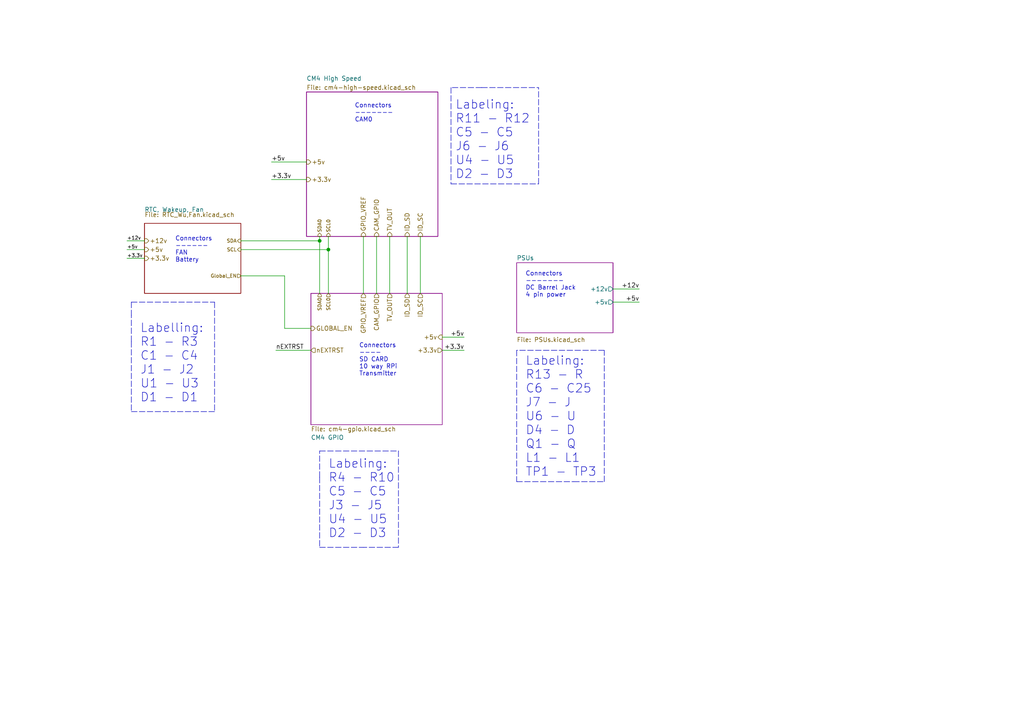
<source format=kicad_sch>
(kicad_sch (version 20210621) (generator eeschema)

  (uuid d9f7b680-7e4b-42d4-bdbc-4100fbcb92e5)

  (paper "A4")

  (title_block
    (title "Drone Compute Module 4 Base Carrier")
    (date "2021-10-05")
    (rev "v01")
    (comment 2 "creativecommons.org/licenses/by-sa/4.0/")
    (comment 3 "License: CC BY-SA 4.0")
    (comment 4 "Author: Chase Westlake")
  )

  (lib_symbols
  )

  (junction (at 92.71 69.85) (diameter 0) (color 0 0 0 0))
  (junction (at 95.25 72.39) (diameter 0) (color 0 0 0 0))

  (wire (pts (xy 36.83 69.85) (xy 41.91 69.85))
    (stroke (width 0) (type default) (color 0 0 0 0))
    (uuid 0f6bbc4f-00da-44cc-adb8-5eef6ccbbc15)
  )
  (wire (pts (xy 36.83 72.39) (xy 41.91 72.39))
    (stroke (width 0) (type default) (color 0 0 0 0))
    (uuid faf15f51-a97f-43b8-a539-150ead52163d)
  )
  (wire (pts (xy 36.83 74.93) (xy 41.91 74.93))
    (stroke (width 0) (type default) (color 0 0 0 0))
    (uuid 08a065a3-f46e-4624-a755-e9bf630cbbd5)
  )
  (wire (pts (xy 69.85 69.85) (xy 92.71 69.85))
    (stroke (width 0) (type default) (color 0 0 0 0))
    (uuid 111287c2-73f4-4ffd-8a10-61d023a86754)
  )
  (wire (pts (xy 69.85 72.39) (xy 95.25 72.39))
    (stroke (width 0) (type default) (color 0 0 0 0))
    (uuid 8917ccfa-a130-425d-a466-66063746fea0)
  )
  (wire (pts (xy 69.85 80.01) (xy 82.55 80.01))
    (stroke (width 0) (type default) (color 0 0 0 0))
    (uuid 867918ca-c85f-4cd7-88ef-785dad0fceba)
  )
  (wire (pts (xy 78.74 46.99) (xy 88.9 46.99))
    (stroke (width 0) (type default) (color 0 0 0 0))
    (uuid ae9db767-bfc2-483d-89fb-3e8162d4c879)
  )
  (wire (pts (xy 78.74 52.07) (xy 88.9 52.07))
    (stroke (width 0) (type default) (color 0 0 0 0))
    (uuid 413c02d9-bac2-45b7-b555-d5b5979b120b)
  )
  (wire (pts (xy 80.01 101.6) (xy 90.17 101.6))
    (stroke (width 0) (type default) (color 0 0 0 0))
    (uuid cdef1a1a-13b1-4123-93c7-0da98cf8e17d)
  )
  (wire (pts (xy 82.55 80.01) (xy 82.55 95.25))
    (stroke (width 0) (type default) (color 0 0 0 0))
    (uuid 867918ca-c85f-4cd7-88ef-785dad0fceba)
  )
  (wire (pts (xy 82.55 95.25) (xy 90.17 95.25))
    (stroke (width 0) (type default) (color 0 0 0 0))
    (uuid 867918ca-c85f-4cd7-88ef-785dad0fceba)
  )
  (wire (pts (xy 92.71 68.58) (xy 92.71 69.85))
    (stroke (width 0) (type default) (color 0 0 0 0))
    (uuid 6f8f93b3-64ba-44db-b9e6-049bff1d7c30)
  )
  (wire (pts (xy 92.71 69.85) (xy 92.71 85.09))
    (stroke (width 0) (type default) (color 0 0 0 0))
    (uuid 6f8f93b3-64ba-44db-b9e6-049bff1d7c30)
  )
  (wire (pts (xy 95.25 68.58) (xy 95.25 72.39))
    (stroke (width 0) (type default) (color 0 0 0 0))
    (uuid 136d9dd3-20eb-4ed0-a986-10bfbf9574ad)
  )
  (wire (pts (xy 95.25 72.39) (xy 95.25 85.09))
    (stroke (width 0) (type default) (color 0 0 0 0))
    (uuid 136d9dd3-20eb-4ed0-a986-10bfbf9574ad)
  )
  (wire (pts (xy 105.41 68.58) (xy 105.41 85.09))
    (stroke (width 0) (type default) (color 0 0 0 0))
    (uuid ee32f69c-6c57-4841-93da-c27cf8c51c9c)
  )
  (wire (pts (xy 109.22 68.58) (xy 109.22 85.09))
    (stroke (width 0) (type default) (color 0 0 0 0))
    (uuid d6c763b2-0fb7-4984-9b47-45672ed90857)
  )
  (wire (pts (xy 113.03 68.58) (xy 113.03 85.09))
    (stroke (width 0) (type default) (color 0 0 0 0))
    (uuid b28b1c5c-7304-4403-8b0c-e73ddc1be209)
  )
  (wire (pts (xy 118.11 68.58) (xy 118.11 85.09))
    (stroke (width 0) (type default) (color 0 0 0 0))
    (uuid aa2aad79-f214-4969-880e-02f93bd871cd)
  )
  (wire (pts (xy 121.92 68.58) (xy 121.92 85.09))
    (stroke (width 0) (type default) (color 0 0 0 0))
    (uuid ee4f8aa3-f8f2-4eff-8479-4a5957468a44)
  )
  (wire (pts (xy 128.27 97.79) (xy 134.62 97.79))
    (stroke (width 0) (type default) (color 0 0 0 0))
    (uuid ad5b393b-9899-4ae1-b326-331ea1c882a5)
  )
  (wire (pts (xy 128.27 101.6) (xy 134.62 101.6))
    (stroke (width 0) (type default) (color 0 0 0 0))
    (uuid 0a747e09-2a91-4ffc-bcf5-dbcecf1f773e)
  )
  (wire (pts (xy 177.8 83.82) (xy 185.42 83.82))
    (stroke (width 0) (type solid) (color 0 0 0 0))
    (uuid 2a8231cb-6acc-409e-a071-e92059c5fb23)
  )
  (wire (pts (xy 177.8 87.63) (xy 185.42 87.63))
    (stroke (width 0) (type solid) (color 0 0 0 0))
    (uuid bc1d923b-01e5-4286-afeb-fedbc5e6cfe3)
  )
  (polyline (pts (xy 38.1 87.63) (xy 38.1 91.44))
    (stroke (width 0) (type default) (color 0 0 0 0))
    (uuid 208d7d5e-0146-4480-a102-989c548b350a)
  )
  (polyline (pts (xy 38.1 87.63) (xy 62.23 87.63))
    (stroke (width 0) (type default) (color 0 0 0 0))
    (uuid a6a29dc3-57d0-414a-bfdb-bd92abe42a9c)
  )
  (polyline (pts (xy 38.1 99.06) (xy 38.1 91.44))
    (stroke (width 0) (type default) (color 0 0 0 0))
    (uuid c83d18ac-eef6-4870-bc31-5680f4efda5d)
  )
  (polyline (pts (xy 38.1 99.06) (xy 38.1 119.38))
    (stroke (width 0) (type default) (color 0 0 0 0))
    (uuid d6f45c7a-ccfa-48e0-b736-3e4e07ddf6c9)
  )
  (polyline (pts (xy 38.1 119.38) (xy 50.8 119.38))
    (stroke (width 0) (type default) (color 0 0 0 0))
    (uuid caf41f77-524d-43ab-be60-1b55d1109a52)
  )
  (polyline (pts (xy 62.23 87.63) (xy 62.23 119.38))
    (stroke (width 0) (type default) (color 0 0 0 0))
    (uuid d98c5536-e80e-4496-8976-14519aca6376)
  )
  (polyline (pts (xy 62.23 119.38) (xy 50.8 119.38))
    (stroke (width 0) (type default) (color 0 0 0 0))
    (uuid a83c89c9-774e-4640-8eca-eb44ddb8a926)
  )
  (polyline (pts (xy 92.71 130.81) (xy 115.57 130.81))
    (stroke (width 0) (type default) (color 0 0 0 0))
    (uuid 199950c5-32a3-4465-8080-aab5880dd632)
  )
  (polyline (pts (xy 92.71 138.43) (xy 92.71 130.81))
    (stroke (width 0) (type default) (color 0 0 0 0))
    (uuid 96f3740c-ed22-4eeb-8d77-844cbc64555a)
  )
  (polyline (pts (xy 92.71 138.43) (xy 92.71 158.75))
    (stroke (width 0) (type default) (color 0 0 0 0))
    (uuid 27b0bc8a-c105-41ae-b0aa-5613da8d7c46)
  )
  (polyline (pts (xy 92.71 158.75) (xy 105.41 158.75))
    (stroke (width 0) (type default) (color 0 0 0 0))
    (uuid ae83b85b-a65b-4a0f-8b59-c5e5bc7dc1b1)
  )
  (polyline (pts (xy 115.57 130.81) (xy 115.57 158.75))
    (stroke (width 0) (type default) (color 0 0 0 0))
    (uuid f807d69d-da4f-4f69-afdc-ff4dcd1fb15c)
  )
  (polyline (pts (xy 115.57 158.75) (xy 105.41 158.75))
    (stroke (width 0) (type default) (color 0 0 0 0))
    (uuid 094da1fe-9411-4a6f-ab7c-18fc95f12e3f)
  )
  (polyline (pts (xy 130.81 25.4) (xy 130.81 53.34))
    (stroke (width 0) (type default) (color 0 0 0 0))
    (uuid be4761e0-3e75-446a-9d82-e609c3cec2ac)
  )
  (polyline (pts (xy 130.81 53.34) (xy 156.21 53.34))
    (stroke (width 0) (type default) (color 0 0 0 0))
    (uuid be4761e0-3e75-446a-9d82-e609c3cec2ac)
  )
  (polyline (pts (xy 139.7 25.4) (xy 130.81 25.4))
    (stroke (width 0) (type default) (color 0 0 0 0))
    (uuid be4761e0-3e75-446a-9d82-e609c3cec2ac)
  )
  (polyline (pts (xy 139.7 25.4) (xy 156.21 25.4))
    (stroke (width 0) (type default) (color 0 0 0 0))
    (uuid be4761e0-3e75-446a-9d82-e609c3cec2ac)
  )
  (polyline (pts (xy 149.86 101.6) (xy 149.86 139.7))
    (stroke (width 0) (type default) (color 0 0 0 0))
    (uuid c0e95614-704d-4775-88ab-e999cf0b683d)
  )
  (polyline (pts (xy 149.86 139.7) (xy 166.37 139.7))
    (stroke (width 0) (type default) (color 0 0 0 0))
    (uuid c109f5cf-4e04-4e16-a6da-f4e49ce91f27)
  )
  (polyline (pts (xy 156.21 53.34) (xy 156.21 25.4))
    (stroke (width 0) (type default) (color 0 0 0 0))
    (uuid be4761e0-3e75-446a-9d82-e609c3cec2ac)
  )
  (polyline (pts (xy 166.37 139.7) (xy 175.26 139.7))
    (stroke (width 0) (type default) (color 0 0 0 0))
    (uuid 7131b66f-0d95-4448-a592-bbe2af0cdcf6)
  )
  (polyline (pts (xy 175.26 101.6) (xy 149.86 101.6))
    (stroke (width 0) (type default) (color 0 0 0 0))
    (uuid 2e363f97-8426-4fa1-b0d7-5a602d47d72a)
  )
  (polyline (pts (xy 175.26 139.7) (xy 175.26 101.6))
    (stroke (width 0) (type default) (color 0 0 0 0))
    (uuid 1d2718ab-1ea2-4df2-a439-013b32c59de4)
  )

  (text "Labelling:\nR1 - R3\nC1 - C4\nJ1 - J2\nU1 - U3\nD1 - D1"
    (at 40.64 116.84 0)
    (effects (font (size 2.5 2.5)) (justify left bottom))
    (uuid 01bb60a4-dd75-45c0-af7d-4645eeaac1fe)
  )
  (text "Connectors\n------\nFAN\nBattery" (at 50.8 76.2 0)
    (effects (font (size 1.27 1.27)) (justify left bottom))
    (uuid c74443ab-d4cc-43c8-a405-bf45973f25ce)
  )
  (text "Labeling:\nR4 - R10\nC5 - C5\nJ3 - J5\nU4 - U5\nD2 - D3"
    (at 95.25 156.21 0)
    (effects (font (size 2.5 2.5)) (justify left bottom))
    (uuid 1cf5c477-f77d-4426-b296-9874e2c7b736)
  )
  (text "Connectors\n-------\nCAM0\n" (at 102.87 35.56 0)
    (effects (font (size 1.27 1.27)) (justify left bottom))
    (uuid b3e8b578-e213-4202-9fe2-883fda812752)
  )
  (text "Connectors\n----\nSD CARD\n10 way RPi\nTransmitter\n" (at 104.14 109.22 0)
    (effects (font (size 1.27 1.27)) (justify left bottom))
    (uuid 2a42b427-93d3-4ea4-b55b-19b7c146a25e)
  )
  (text "Labeling:\nR11 - R12\nC5 - C5\nJ6 - J6\nU4 - U5\nD2 - D3"
    (at 132.08 52.07 0)
    (effects (font (size 2.5 2.5)) (justify left bottom))
    (uuid 7dca70a6-5029-49ba-9fe8-daecdc3b5e16)
  )
  (text "Connectors\n-------\nDC Barrel Jack\n4 pin power" (at 152.4 86.36 0)
    (effects (font (size 1.27 1.27)) (justify left bottom))
    (uuid 46b06ce1-eb8a-4c2b-ae78-d02226b14404)
  )
  (text "Labeling:\nR13 - R\nC6 - C25\nJ7 - J\nU6 - U\nD4 - D\nQ1 - Q\nL1 - L1\nTP1 - TP3"
    (at 152.4 138.43 0)
    (effects (font (size 2.5 2.5)) (justify left bottom))
    (uuid 97de02fe-fe35-4b47-b333-2bee2a5eb778)
  )

  (label "+12v" (at 36.83 69.85 0)
    (effects (font (size 1 1)) (justify left bottom))
    (uuid 66fb3275-3124-4936-a0e4-6894380edcbf)
  )
  (label "+5v" (at 36.83 72.39 0)
    (effects (font (size 1 1)) (justify left bottom))
    (uuid fe0bcdad-3b3c-477c-8836-704a8332cffc)
  )
  (label "+3.3v" (at 36.83 74.93 0)
    (effects (font (size 1 1)) (justify left bottom))
    (uuid e35edefe-b5d4-4701-9aca-8b767f736085)
  )
  (label "+5v" (at 78.74 46.99 0)
    (effects (font (size 1.27 1.27)) (justify left bottom))
    (uuid 74af98b6-0fac-4fc9-86f6-37d47fceed16)
  )
  (label "+3.3v" (at 78.74 52.07 0)
    (effects (font (size 1.27 1.27)) (justify left bottom))
    (uuid 66882dd1-b29f-424a-9ee6-5e14340f11d8)
  )
  (label "nEXTRST" (at 80.01 101.6 0)
    (effects (font (size 1.27 1.27)) (justify left bottom))
    (uuid 941b2677-eeff-4184-a6de-0879b17ce62d)
  )
  (label "+5v" (at 134.62 97.79 180)
    (effects (font (size 1.27 1.27)) (justify right bottom))
    (uuid c2da7331-69e9-4597-8c28-05b4dbcc903f)
  )
  (label "+3.3v" (at 134.62 101.6 180)
    (effects (font (size 1.27 1.27)) (justify right bottom))
    (uuid 3e830be2-c1d9-4c90-ab7a-25dec77040bd)
  )
  (label "+12v" (at 185.42 83.82 180)
    (effects (font (size 1.27 1.27)) (justify right bottom))
    (uuid b225aa84-0aaa-44f0-b5ca-a88e3ad738cc)
  )
  (label "+5v" (at 185.42 87.63 180)
    (effects (font (size 1.27 1.27)) (justify right bottom))
    (uuid 1eb593b5-1e37-4577-9657-cef09b1b5ebe)
  )

  (hierarchical_label "+12v" (shape output) (at 41.91 69.85 0)
    (effects (font (size 1.27 1.27)) (justify left))
    (uuid 603726b1-2470-42a0-b6ac-ec2e3c27842e)
  )
  (hierarchical_label "+5v" (shape output) (at 41.91 72.39 0)
    (effects (font (size 1.27 1.27)) (justify left))
    (uuid 084f80f9-9960-4bcd-92bc-6b4e0bee0768)
  )
  (hierarchical_label "+3.3v" (shape output) (at 41.91 74.93 0)
    (effects (font (size 1.27 1.27)) (justify left))
    (uuid 56bff7fa-42de-4eaa-bad3-5d498fe8bb76)
  )
  (hierarchical_label "SDA" (shape output) (at 69.85 69.85 180)
    (effects (font (size 1 1)) (justify right))
    (uuid 985264a1-8f4d-497f-98b8-6fe556a296a6)
  )
  (hierarchical_label "SCL" (shape output) (at 69.85 72.39 180)
    (effects (font (size 1 1)) (justify right))
    (uuid b56c81b2-e913-4878-9024-6b562f69b450)
  )
  (hierarchical_label "Global_EN" (shape input) (at 69.85 80.01 180)
    (effects (font (size 1 1)) (justify right))
    (uuid d04f1e19-0b71-46f1-bb9e-b8204ef00f0c)
  )
  (hierarchical_label "+5v" (shape output) (at 88.9 46.99 0)
    (effects (font (size 1.27 1.27)) (justify left))
    (uuid 8a7c37e6-b8b6-484f-aebd-1523584380c2)
  )
  (hierarchical_label "+3.3v" (shape output) (at 88.9 52.07 0)
    (effects (font (size 1.27 1.27)) (justify left))
    (uuid dfc5792d-b312-4e22-a76e-2d3ff3e56ae2)
  )
  (hierarchical_label "GLOBAL_EN" (shape output) (at 90.17 95.25 0)
    (effects (font (size 1.27 1.27)) (justify left))
    (uuid 63360b0a-fac4-470e-806a-380c780d57a3)
  )
  (hierarchical_label "nEXTRST" (shape input) (at 90.17 101.6 0)
    (effects (font (size 1.27 1.27)) (justify left))
    (uuid 400cce73-ba18-4881-ad88-8a5334f657ce)
  )
  (hierarchical_label "SDA0" (shape output) (at 92.71 68.58 90)
    (effects (font (size 1 1)) (justify left))
    (uuid fe6c4b02-b4cd-4ba4-ba48-c2c16c149a9b)
  )
  (hierarchical_label "SDA0" (shape input) (at 92.71 85.09 270)
    (effects (font (size 1 1)) (justify right))
    (uuid 0a544742-14cc-49f9-9f14-b632ca93bab8)
  )
  (hierarchical_label "SCL0" (shape output) (at 95.25 68.58 90)
    (effects (font (size 1 1)) (justify left))
    (uuid a86ea5a6-29e3-4937-b5dc-570cda327415)
  )
  (hierarchical_label "SCL0" (shape input) (at 95.25 85.09 270)
    (effects (font (size 1 1)) (justify right))
    (uuid ba6968c5-fbda-4a23-9020-6ed4515ae652)
  )
  (hierarchical_label "GPIO_VREF" (shape output) (at 105.41 68.58 90)
    (effects (font (size 1.27 1.27)) (justify left))
    (uuid 7b1998ba-bc41-4d40-b4ea-43899910049e)
  )
  (hierarchical_label "GPIO_VREF" (shape input) (at 105.41 85.09 270)
    (effects (font (size 1.27 1.27)) (justify right))
    (uuid e6a5982a-39ad-405a-b170-e0c57fc78a34)
  )
  (hierarchical_label "CAM_GPIO" (shape output) (at 109.22 68.58 90)
    (effects (font (size 1.27 1.27)) (justify left))
    (uuid 8d69780e-3126-48d3-9063-86d60ff27c5c)
  )
  (hierarchical_label "CAM_GPIO" (shape input) (at 109.22 85.09 270)
    (effects (font (size 1.27 1.27)) (justify right))
    (uuid 1da975ed-3a1e-4b22-a807-0f92b687a1da)
  )
  (hierarchical_label "TV_OUT" (shape output) (at 113.03 68.58 90)
    (effects (font (size 1.27 1.27)) (justify left))
    (uuid 0f8144fa-6ad8-4902-880b-4ba750e4fa97)
  )
  (hierarchical_label "TV_OUT" (shape input) (at 113.03 85.09 270)
    (effects (font (size 1.27 1.27)) (justify right))
    (uuid 42021701-04a6-49d0-8d5f-68e7c2cc10af)
  )
  (hierarchical_label "ID_SD" (shape output) (at 118.11 68.58 90)
    (effects (font (size 1.27 1.27)) (justify left))
    (uuid 95219c8d-f79f-48ce-aa2e-f1da8157b088)
  )
  (hierarchical_label "ID_SD" (shape input) (at 118.11 85.09 270)
    (effects (font (size 1.27 1.27)) (justify right))
    (uuid db181eba-2222-4da7-8b16-56ed6181ce3d)
  )
  (hierarchical_label "ID_SC" (shape output) (at 121.92 68.58 90)
    (effects (font (size 1.27 1.27)) (justify left))
    (uuid 56cec4c7-6cb9-4183-85da-e0ec502ac099)
  )
  (hierarchical_label "ID_SC" (shape input) (at 121.92 85.09 270)
    (effects (font (size 1.27 1.27)) (justify right))
    (uuid e4fd5b93-aa8a-4593-b828-c2b842c462d4)
  )
  (hierarchical_label "+5v" (shape output) (at 128.27 97.79 180)
    (effects (font (size 1.27 1.27)) (justify right))
    (uuid 8e87d261-3a13-4801-abc4-c0e724a05866)
  )
  (hierarchical_label "+3.3v" (shape input) (at 128.27 101.6 180)
    (effects (font (size 1.27 1.27)) (justify right))
    (uuid cff5255a-d5e8-4a7f-a4da-eb3bee351157)
  )

  (sheet (at 90.17 85.09) (size 38.1 38.1)
    (stroke (width 0) (type solid) (color 132 0 132 1))
    (fill (color 255 255 255 0.0000))
    (uuid fc4c71a5-1008-4ac4-98db-57c838c57d91)
    (property "Sheet name" "CM4 GPIO" (id 0) (at 90.17 127.6345 0)
      (effects (font (size 1.27 1.27)) (justify left bottom))
    )
    (property "Sheet file" "cm4-gpio.kicad_sch" (id 1) (at 90.17 123.6985 0)
      (effects (font (size 1.27 1.27)) (justify left top))
    )
  )

  (sheet (at 88.9 26.67) (size 38.1 41.91)
    (stroke (width 0) (type solid) (color 132 0 132 1))
    (fill (color 255 255 255 0.0000))
    (uuid caa71f4c-454d-4ac9-b287-456eafb34991)
    (property "Sheet name" "CM4 High Speed" (id 0) (at 88.9 23.4945 0)
      (effects (font (size 1.27 1.27)) (justify left bottom))
    )
    (property "Sheet file" "cm4-high-speed.kicad_sch" (id 1) (at 88.9 24.6385 0)
      (effects (font (size 1.27 1.27)) (justify left top))
    )
  )

  (sheet (at 149.86 76.2) (size 27.94 20.32)
    (stroke (width 0.1524) (type solid) (color 132 0 132 1))
    (fill (color 255 255 255 0.0000))
    (uuid 4e211154-af2d-4724-8153-1986ec811b09)
    (property "Sheet name" "PSUs" (id 0) (at 149.86 75.5645 0)
      (effects (font (size 1.27 1.27)) (justify left bottom))
    )
    (property "Sheet file" "PSUs.kicad_sch" (id 1) (at 149.86 97.79 0)
      (effects (font (size 1.27 1.27)) (justify left top))
    )
    (pin "+5v" output (at 177.8 87.63 0)
      (effects (font (size 1.27 1.27)) (justify right))
      (uuid c5693c53-e463-4763-83db-5989add64aba)
    )
    (pin "+12v" output (at 177.8 83.82 0)
      (effects (font (size 1.27 1.27)) (justify right))
      (uuid 26cc6cd1-5fe2-450c-bcc5-f835753c66bc)
    )
  )

  (sheet (at 41.91 64.77) (size 27.94 20.32)
    (stroke (width 0.1524) (type solid) (color 0 0 0 0))
    (fill (color 0 0 0 0.0000))
    (uuid 58c9a045-c8fe-4c50-9d95-882ddeb7df37)
    (property "Sheet name" "RTC, Wakeup, Fan" (id 0) (at 41.91 61.5184 0)
      (effects (font (size 1.27 1.27)) (justify left bottom))
    )
    (property "Sheet file" "RTC_Wu,Fan.kicad_sch" (id 1) (at 41.91 61.5446 0)
      (effects (font (size 1.27 1.27)) (justify left top))
    )
  )

  (sheet_instances
    (path "/" (page "1"))
    (path "/4e211154-af2d-4724-8153-1986ec811b09" (page "2"))
    (path "/fc4c71a5-1008-4ac4-98db-57c838c57d91" (page "3"))
    (path "/caa71f4c-454d-4ac9-b287-456eafb34991" (page "3"))
    (path "/58c9a045-c8fe-4c50-9d95-882ddeb7df37" (page "4"))
  )

  (symbol_instances
    (path "/fc4c71a5-1008-4ac4-98db-57c838c57d91/230650eb-8852-4c76-b63c-12ec79910b81"
      (reference "#PWR0101") (unit 1) (value "GND") (footprint "")
    )
    (path "/fc4c71a5-1008-4ac4-98db-57c838c57d91/31551326-27c6-4bba-a0c0-abe772948a8c"
      (reference "#PWR0102") (unit 1) (value "GND") (footprint "")
    )
    (path "/fc4c71a5-1008-4ac4-98db-57c838c57d91/134d943f-f3b7-4a0e-8d1f-2480b898762b"
      (reference "#PWR0103") (unit 1) (value "GND") (footprint "")
    )
    (path "/4e211154-af2d-4724-8153-1986ec811b09/7cee7733-bb66-4452-bec9-e6609341fe3f"
      (reference "#PWR0104") (unit 1) (value "GND") (footprint "")
    )
    (path "/fc4c71a5-1008-4ac4-98db-57c838c57d91/e25b8971-e0e8-46aa-8cce-b4039a1b245b"
      (reference "#PWR0105") (unit 1) (value "GND") (footprint "")
    )
    (path "/4e211154-af2d-4724-8153-1986ec811b09/2556d6f4-6dcd-4b46-afaa-db26f58fc6f9"
      (reference "#PWR0106") (unit 1) (value "GND") (footprint "")
    )
    (path "/4e211154-af2d-4724-8153-1986ec811b09/de200a41-bd65-4109-ad18-fd0d6955d530"
      (reference "#PWR0107") (unit 1) (value "GND") (footprint "")
    )
    (path "/4e211154-af2d-4724-8153-1986ec811b09/cabd47b8-afd1-476e-af1f-0d3a36c77c32"
      (reference "#PWR0108") (unit 1) (value "GND") (footprint "")
    )
    (path "/4e211154-af2d-4724-8153-1986ec811b09/9a76fc9c-4b58-410f-8118-8048ee7c3d69"
      (reference "#PWR0109") (unit 1) (value "GND") (footprint "")
    )
    (path "/fc4c71a5-1008-4ac4-98db-57c838c57d91/b2bdacc5-5dd7-4aea-ae1d-b1028ef0bfb1"
      (reference "#PWR0110") (unit 1) (value "GND") (footprint "")
    )
    (path "/caa71f4c-454d-4ac9-b287-456eafb34991/0d0caf91-4ece-48ed-a178-43a8b49f3526"
      (reference "#PWR0111") (unit 1) (value "GND") (footprint "")
    )
    (path "/caa71f4c-454d-4ac9-b287-456eafb34991/81f0d702-912e-410d-83f3-c9f3bd3f7f28"
      (reference "#PWR0112") (unit 1) (value "GND") (footprint "")
    )
    (path "/4e211154-af2d-4724-8153-1986ec811b09/256eda34-4303-4a86-8ea9-7f92aa882f99"
      (reference "#PWR0113") (unit 1) (value "GND") (footprint "")
    )
    (path "/4e211154-af2d-4724-8153-1986ec811b09/fe44d27d-cece-40e1-8410-9efdaa50ed31"
      (reference "#PWR0114") (unit 1) (value "GND") (footprint "")
    )
    (path "/4e211154-af2d-4724-8153-1986ec811b09/fbd7b4f7-8c90-4e12-bbdb-e014cef3606b"
      (reference "#PWR0115") (unit 1) (value "GND") (footprint "")
    )
    (path "/4e211154-af2d-4724-8153-1986ec811b09/7185b127-1b2a-446d-be77-69a3edd7d8f3"
      (reference "#PWR0116") (unit 1) (value "GND") (footprint "")
    )
    (path "/fc4c71a5-1008-4ac4-98db-57c838c57d91/a9ad5be7-ae5b-4a73-a4fb-c1e09fa6a1f3"
      (reference "#PWR0117") (unit 1) (value "GND") (footprint "")
    )
    (path "/fc4c71a5-1008-4ac4-98db-57c838c57d91/53aefd66-5778-4400-b62c-9a3f8b425fcb"
      (reference "#PWR0118") (unit 1) (value "GND") (footprint "")
    )
    (path "/fc4c71a5-1008-4ac4-98db-57c838c57d91/d941c7dd-5c1d-4ec0-a8a7-c4135b6e1653"
      (reference "#PWR0119") (unit 1) (value "GND") (footprint "")
    )
    (path "/fc4c71a5-1008-4ac4-98db-57c838c57d91/225ba713-d29a-4580-8621-e01b7b62c92a"
      (reference "#PWR0120") (unit 1) (value "GND") (footprint "")
    )
    (path "/caa71f4c-454d-4ac9-b287-456eafb34991/499ed71e-a062-4801-a7a1-c05cdc4cbbd2"
      (reference "#PWR0121") (unit 1) (value "GND") (footprint "")
    )
    (path "/58c9a045-c8fe-4c50-9d95-882ddeb7df37/42ee5d04-127e-4074-9c1b-719d3be76e05"
      (reference "#PWR0122") (unit 1) (value "GND") (footprint "")
    )
    (path "/58c9a045-c8fe-4c50-9d95-882ddeb7df37/8a946852-e00f-40e7-9cef-0453de8a0761"
      (reference "#PWR0123") (unit 1) (value "GND") (footprint "")
    )
    (path "/58c9a045-c8fe-4c50-9d95-882ddeb7df37/d898cb43-4e57-4fc5-a23f-e67a28156ea7"
      (reference "#PWR0124") (unit 1) (value "GND") (footprint "")
    )
    (path "/58c9a045-c8fe-4c50-9d95-882ddeb7df37/afe34309-a317-4eee-9e2b-15ecb5a5081e"
      (reference "#PWR0125") (unit 1) (value "GND") (footprint "")
    )
    (path "/58c9a045-c8fe-4c50-9d95-882ddeb7df37/a6850f9d-730e-4408-9d2a-5b0073cad004"
      (reference "#PWR0126") (unit 1) (value "GND") (footprint "")
    )
    (path "/58c9a045-c8fe-4c50-9d95-882ddeb7df37/b0ded49c-135e-4f74-8c52-e000b8ab97b9"
      (reference "#PWR0127") (unit 1) (value "GND") (footprint "")
    )
    (path "/58c9a045-c8fe-4c50-9d95-882ddeb7df37/cf78bb69-2eb6-425f-879b-ad98e2bb6a1d"
      (reference "#PWR0128") (unit 1) (value "GND") (footprint "")
    )
    (path "/58c9a045-c8fe-4c50-9d95-882ddeb7df37/746ec8c4-7eaf-4e5d-b4d7-c76fcaa68ef9"
      (reference "#PWR0129") (unit 1) (value "GND") (footprint "")
    )
    (path "/fc4c71a5-1008-4ac4-98db-57c838c57d91/055a7293-5546-4020-abd9-a42ef485bf74"
      (reference "#PWR0130") (unit 1) (value "GND") (footprint "")
    )
    (path "/58c9a045-c8fe-4c50-9d95-882ddeb7df37/8f895fb7-d775-4754-9766-bfb9cf5e0da5"
      (reference "BT1") (unit 1) (value "Battery_Cell") (footprint "Battery:BatteryHolder_Keystone_3034_1x20mm")
    )
    (path "/58c9a045-c8fe-4c50-9d95-882ddeb7df37/f7268b37-fcbc-4670-b7ed-d7b44d655d32"
      (reference "C1") (unit 1) (value "100n") (footprint "Capacitor_SMD:C_0402_1005Metric")
    )
    (path "/58c9a045-c8fe-4c50-9d95-882ddeb7df37/0147610e-c622-4123-8bd1-5e5bab1055bb"
      (reference "C2") (unit 1) (value "100n") (footprint "Capacitor_SMD:C_0402_1005Metric")
    )
    (path "/58c9a045-c8fe-4c50-9d95-882ddeb7df37/228bb434-58f1-484d-8303-83f940e6339b"
      (reference "C3") (unit 1) (value "100n") (footprint "Capacitor_SMD:C_0402_1005Metric")
    )
    (path "/58c9a045-c8fe-4c50-9d95-882ddeb7df37/d2e44409-1419-408a-ba27-f051d0dc41df"
      (reference "C4") (unit 1) (value "100n") (footprint "Capacitor_SMD:C_0402_1005Metric")
    )
    (path "/fc4c71a5-1008-4ac4-98db-57c838c57d91/61bb3d7b-62d1-4573-8022-574663552d56"
      (reference "C5") (unit 1) (value "10u") (footprint "Capacitor_SMD:C_0805_2012Metric")
    )
    (path "/4e211154-af2d-4724-8153-1986ec811b09/ee77d3e7-4ffb-48d9-8ee3-9f5ec5858e6c"
      (reference "C7") (unit 1) (value "100n 100v") (footprint "Capacitor_SMD:C_0402_1005Metric")
    )
    (path "/4e211154-af2d-4724-8153-1986ec811b09/d9c0a1ef-13d4-4498-a1cf-6a636c7436d0"
      (reference "C8") (unit 1) (value "100n") (footprint "Capacitor_SMD:C_0402_1005Metric")
    )
    (path "/4e211154-af2d-4724-8153-1986ec811b09/c9720332-e1a7-450a-a823-cc32a545c292"
      (reference "C9") (unit 1) (value "10u 35v") (footprint "Capacitor_SMD:C_0805_2012Metric")
    )
    (path "/4e211154-af2d-4724-8153-1986ec811b09/39831add-428d-4e27-b9b1-c98394881c8d"
      (reference "C10") (unit 1) (value "10u 35v") (footprint "Capacitor_SMD:C_0805_2012Metric")
    )
    (path "/4e211154-af2d-4724-8153-1986ec811b09/183d5641-626a-481b-b3be-0b1aaded9bd3"
      (reference "C11") (unit 1) (value "10u 35v") (footprint "Capacitor_SMD:C_0805_2012Metric")
    )
    (path "/4e211154-af2d-4724-8153-1986ec811b09/12591c47-d22d-4f6b-833b-a3ddea0593e6"
      (reference "C12") (unit 1) (value "10u 35v") (footprint "Capacitor_SMD:C_0805_2012Metric")
    )
    (path "/4e211154-af2d-4724-8153-1986ec811b09/875f2da9-6fc8-4406-8ddc-b01f950f4874"
      (reference "C13") (unit 1) (value "10u 35v") (footprint "Capacitor_SMD:C_0805_2012Metric")
    )
    (path "/4e211154-af2d-4724-8153-1986ec811b09/ad0b50cb-bd33-4799-8b55-4092e50154a6"
      (reference "C14") (unit 1) (value "10u 35v") (footprint "Capacitor_SMD:C_0805_2012Metric")
    )
    (path "/4e211154-af2d-4724-8153-1986ec811b09/a803f0dd-682e-49e6-83cf-25fe16f437bf"
      (reference "C15") (unit 1) (value "10u 35v") (footprint "Capacitor_SMD:C_0805_2012Metric")
    )
    (path "/4e211154-af2d-4724-8153-1986ec811b09/e5173cd7-e46f-4abf-b64e-98ea7c4b047c"
      (reference "C16") (unit 1) (value "100n") (footprint "Capacitor_SMD:C_0402_1005Metric")
    )
    (path "/4e211154-af2d-4724-8153-1986ec811b09/ab4ca42b-8f7d-4cea-8e28-e8923792d95e"
      (reference "C17") (unit 1) (value "100n") (footprint "Capacitor_SMD:C_0402_1005Metric")
    )
    (path "/4e211154-af2d-4724-8153-1986ec811b09/934ec673-f834-495c-900a-92a23c9e1222"
      (reference "C18") (unit 1) (value "nf") (footprint "Capacitor_SMD:C_0402_1005Metric")
    )
    (path "/4e211154-af2d-4724-8153-1986ec811b09/9831b2e3-ef3c-4d3b-b797-bc0d8bc3b7f3"
      (reference "C19") (unit 1) (value "1.2nF") (footprint "Capacitor_SMD:C_0402_1005Metric")
    )
    (path "/4e211154-af2d-4724-8153-1986ec811b09/f5104b0e-8923-49b4-8f83-a0d0c9c219f8"
      (reference "C20") (unit 1) (value "nf") (footprint "Capacitor_SMD:C_0402_1005Metric")
    )
    (path "/4e211154-af2d-4724-8153-1986ec811b09/50f59b59-6725-405c-8fc7-4679b314ea69"
      (reference "C21") (unit 1) (value "10u") (footprint "Capacitor_SMD:C_0805_2012Metric")
    )
    (path "/4e211154-af2d-4724-8153-1986ec811b09/770281ff-772c-42e9-b205-ce68ef7d6ed3"
      (reference "C22") (unit 1) (value "10u") (footprint "Capacitor_SMD:C_0805_2012Metric")
    )
    (path "/4e211154-af2d-4724-8153-1986ec811b09/1e25ed22-92ec-41fa-93cb-68cd229cc891"
      (reference "C23") (unit 1) (value "10u") (footprint "Capacitor_SMD:C_0805_2012Metric")
    )
    (path "/4e211154-af2d-4724-8153-1986ec811b09/c7c7b4c1-5459-44b9-a99b-1de0385923e7"
      (reference "C24") (unit 1) (value "10u") (footprint "Capacitor_SMD:C_0805_2012Metric")
    )
    (path "/4e211154-af2d-4724-8153-1986ec811b09/18b6142c-0cee-4e38-b10c-0524e324e2f4"
      (reference "C25") (unit 1) (value "100uF") (footprint "Capacitor_Tantalum_SMD:CP_EIA-7343-31_Kemet-D")
    )
    (path "/58c9a045-c8fe-4c50-9d95-882ddeb7df37/ea0ecda9-801f-4ecd-99eb-cf7e2e3bee1d"
      (reference "D1") (unit 1) (value "BAT54C-7-F") (footprint "Package_TO_SOT_SMD:SOT-23")
    )
    (path "/fc4c71a5-1008-4ac4-98db-57c838c57d91/a7ffff95-46ae-494c-85c4-9efe00fc8a49"
      (reference "D2") (unit 1) (value "LED Green") (footprint "LED_SMD:LED_0603_1608Metric")
    )
    (path "/fc4c71a5-1008-4ac4-98db-57c838c57d91/12d78f79-203c-4c00-81dd-cf0e4083b575"
      (reference "D3") (unit 1) (value "LED Red") (footprint "LED_SMD:LED_0603_1608Metric")
    )
    (path "/4e211154-af2d-4724-8153-1986ec811b09/723c64d0-5b71-4e53-8ef4-95035163ccb1"
      (reference "D4") (unit 1) (value "MMBZ5242BLT3G") (footprint "Diode_SMD:D_SOT-23_ANK")
    )
    (path "/caa71f4c-454d-4ac9-b287-456eafb34991/bbc9f8f8-8b5b-403e-bfa8-d13b41c3243e"
      (reference "J1") (unit 1) (value "Conn_01x22_Female") (footprint "Connector_FFC-FPC:Hirose_FH12-22S-0.5SH_1x22-1MP_P0.50mm_Horizontal")
    )
    (path "/58c9a045-c8fe-4c50-9d95-882ddeb7df37/733e5494-f4c1-48e5-9ee0-e95626405b93"
      (reference "J2") (unit 1) (value "Molex 470531000") (footprint "Connector:FanPinHeader_1x04_P2.54mm_Vertical")
    )
    (path "/fc4c71a5-1008-4ac4-98db-57c838c57d91/0ef78b35-a17c-4af5-b962-0804bee153e1"
      (reference "J3") (unit 1) (value "Conn_02x07_Odd_Even") (footprint "Connector_PinHeader_2.54mm:PinHeader_2x07_P2.54mm_Vertical")
    )
    (path "/fc4c71a5-1008-4ac4-98db-57c838c57d91/7daa98ed-9d74-497f-a5b7-7cb922441ba1"
      (reference "J3") (unit 1) (value "DNP") (footprint "Connector_PinHeader_2.54mm:PinHeader_1x10_P2.54mm_Vertical")
    )
    (path "/fc4c71a5-1008-4ac4-98db-57c838c57d91/96be45e6-3af7-48ef-8b3a-be455ae564eb"
      (reference "J4") (unit 1) (value "Conn_01x03") (footprint "Connector_PinHeader_2.54mm:PinHeader_1x03_P2.54mm_Vertical")
    )
    (path "/fc4c71a5-1008-4ac4-98db-57c838c57d91/9e075bae-89c5-4198-bcbe-2f0bc7fddc78"
      (reference "J5") (unit 1) (value "Conn_01x03") (footprint "Connector_PinHeader_2.54mm:PinHeader_1x03_P2.54mm_Vertical")
    )
    (path "/fc4c71a5-1008-4ac4-98db-57c838c57d91/2610644a-c438-42cc-b720-b52245bbfdeb"
      (reference "J6") (unit 1) (value "Conn_01x03") (footprint "")
    )
    (path "/caa71f4c-454d-4ac9-b287-456eafb34991/c4004f1d-a651-42ab-ac88-5903183a30c2"
      (reference "J6") (unit 1) (value "THD-02-R") (footprint "Connector_PinHeader_2.54mm:PinHeader_2x02_P2.54mm_Vertical")
    )
    (path "/4e211154-af2d-4724-8153-1986ec811b09/bd77337d-adbe-4806-aeae-8ea26f2c8353"
      (reference "J7") (unit 1) (value "Barrel_Jack") (footprint "Connector_BarrelJack:BarrelJack_Horizontal")
    )
    (path "/fc4c71a5-1008-4ac4-98db-57c838c57d91/eab67e3b-b97d-49a8-a60f-a2bf808499e0"
      (reference "J7") (unit 1) (value "Micro_SD_Card_Det") (footprint "CM4IO:SDCARD_MOLEX_503398-1892")
    )
    (path "/4e211154-af2d-4724-8153-1986ec811b09/b701a56c-4abc-4e26-9d96-d0a46d37693a"
      (reference "J8") (unit 1) (value "AMP171826-4") (footprint "171826-4:TE_171826-4")
    )
    (path "/fc4c71a5-1008-4ac4-98db-57c838c57d91/e653ed96-2ceb-42bc-905c-db47449cc067"
      (reference "JP1") (unit 1) (value "SolderJumper_2_Open") (footprint "Jumper:SolderJumper-2_P1.3mm_Open_RoundedPad1.0x1.5mm")
    )
    (path "/4e211154-af2d-4724-8153-1986ec811b09/0692a2f6-7adb-49a1-90e1-d0ca1737674e"
      (reference "L1") (unit 1) (value "SRN6045TA-3R3Y") (footprint "Inductor_SMD:L_Bourns_SRN6045TA")
    )
    (path "/fc4c71a5-1008-4ac4-98db-57c838c57d91/463d59ed-ef45-4402-9140-190527b0aff8"
      (reference "Module1") (unit 1) (value "ComputeModule4-CM4") (footprint "CM4IO:Raspberry-Pi-4-Compute-Module")
    )
    (path "/caa71f4c-454d-4ac9-b287-456eafb34991/fafda8be-1326-444e-bcc1-8cb4aded3240"
      (reference "Module1") (unit 2) (value "ComputeModule4-CM4") (footprint "CM4IO:Raspberry-Pi-4-Compute-Module")
    )
    (path "/4e211154-af2d-4724-8153-1986ec811b09/0f852486-c94d-44c1-8cc3-f1bfef339f4d"
      (reference "Q1") (unit 1) (value "DMP3013SFV-7") (footprint "Package_SON:Diodes_PowerDI3333-8")
    )
    (path "/58c9a045-c8fe-4c50-9d95-882ddeb7df37/e82f399c-eb02-4e5e-812f-ada22b0bcab1"
      (reference "R1") (unit 1) (value "510K 1%") (footprint "Resistor_SMD:R_0402_1005Metric")
    )
    (path "/58c9a045-c8fe-4c50-9d95-882ddeb7df37/e05ceeb3-ed87-49fe-9c7f-1429b8b702fc"
      (reference "R2") (unit 1) (value "510K 1%") (footprint "Resistor_SMD:R_0402_1005Metric")
    )
    (path "/58c9a045-c8fe-4c50-9d95-882ddeb7df37/1e63edc0-3cdf-47d1-9e98-95bbc4f87436"
      (reference "R3") (unit 1) (value "36K 1%") (footprint "Resistor_SMD:R_0402_1005Metric")
    )
    (path "/fc4c71a5-1008-4ac4-98db-57c838c57d91/bbc9e09d-42da-4f29-be94-2e044d09f397"
      (reference "R4") (unit 1) (value "1k") (footprint "Resistor_SMD:R_0603_1608Metric_Pad0.98x0.95mm_HandSolder")
    )
    (path "/fc4c71a5-1008-4ac4-98db-57c838c57d91/d38ddb23-f9c2-4a28-9fd8-d1fffee189f7"
      (reference "R5") (unit 1) (value "1k") (footprint "Resistor_SMD:R_0603_1608Metric_Pad0.98x0.95mm_HandSolder")
    )
    (path "/fc4c71a5-1008-4ac4-98db-57c838c57d91/407cb857-af34-4e42-9f2b-706d7bcee5ab"
      (reference "R6") (unit 1) (value "0R") (footprint "Resistor_SMD:R_0805_2012Metric_Pad1.15x1.40mm_HandSolder")
    )
    (path "/fc4c71a5-1008-4ac4-98db-57c838c57d91/c8fbab6c-6481-4535-a0fc-a93206b7cabb"
      (reference "R7") (unit 1) (value "nf") (footprint "Resistor_SMD:R_0805_2012Metric_Pad1.15x1.40mm_HandSolder")
    )
    (path "/fc4c71a5-1008-4ac4-98db-57c838c57d91/9ee068c2-118d-49d7-8845-aaf72501584c"
      (reference "R8") (unit 1) (value "nf") (footprint "Resistor_SMD:R_0402_1005Metric")
    )
    (path "/fc4c71a5-1008-4ac4-98db-57c838c57d91/d59c838e-fb65-49a0-bdd9-8e10be83d552"
      (reference "R9") (unit 1) (value "nf") (footprint "Resistor_SMD:R_0402_1005Metric")
    )
    (path "/fc4c71a5-1008-4ac4-98db-57c838c57d91/c96f6bf8-1729-4aa5-ac84-34fce541b3cb"
      (reference "R10") (unit 1) (value "12K 1%") (footprint "Resistor_SMD:R_0402_1005Metric")
    )
    (path "/caa71f4c-454d-4ac9-b287-456eafb34991/c404e009-7ca8-4e57-ab0f-6e973ffa22b1"
      (reference "R11") (unit 1) (value "2.2K 1%") (footprint "Resistor_SMD:R_0402_1005Metric")
    )
    (path "/caa71f4c-454d-4ac9-b287-456eafb34991/6dd2c3c2-e5b4-4f63-a7a9-fc3c9a3fe375"
      (reference "R12") (unit 1) (value "2.2K 1%") (footprint "Resistor_SMD:R_0402_1005Metric")
    )
    (path "/4e211154-af2d-4724-8153-1986ec811b09/ccc9b92d-5f73-4a20-ab2c-b70f42e18db8"
      (reference "R13") (unit 1) (value "12K 1%") (footprint "Resistor_SMD:R_0402_1005Metric")
    )
    (path "/4e211154-af2d-4724-8153-1986ec811b09/60b6e1b1-1853-4f4b-8dca-6c4b2daae624"
      (reference "R14") (unit 1) (value "10R") (footprint "Resistor_SMD:R_0402_1005Metric")
    )
    (path "/4e211154-af2d-4724-8153-1986ec811b09/f0a93b09-b065-4a9b-9f78-82b82d088fc6"
      (reference "R15") (unit 1) (value "20K 1%") (footprint "Resistor_SMD:R_0402_1005Metric")
    )
    (path "/4e211154-af2d-4724-8153-1986ec811b09/f85bc087-7cd1-4c35-ba77-483be4a04c56"
      (reference "R16") (unit 1) (value "2.2K 1%") (footprint "Resistor_SMD:R_0402_1005Metric")
    )
    (path "/4e211154-af2d-4724-8153-1986ec811b09/b6b8b019-7c4c-41fe-9ebf-75688f1bca99"
      (reference "R17") (unit 1) (value "12K 1%") (footprint "Resistor_SMD:R_0402_1005Metric")
    )
    (path "/4e211154-af2d-4724-8153-1986ec811b09/f95d422e-4c2b-4083-95ec-82754ed81976"
      (reference "TP1") (unit 1) (value "TestPoint") (footprint "TestPoint:TestPoint_Pad_2.0x2.0mm")
    )
    (path "/4e211154-af2d-4724-8153-1986ec811b09/dcc06ad2-63d2-4a7f-80ba-4826af0f45e1"
      (reference "TP2") (unit 1) (value "TestPoint") (footprint "TestPoint:TestPoint_Pad_2.0x2.0mm")
    )
    (path "/4e211154-af2d-4724-8153-1986ec811b09/8eaa6173-ccc6-471e-bc73-e973e66c8d3f"
      (reference "TP3") (unit 1) (value "TestPoint") (footprint "TestPoint:TestPoint_Pad_2.0x2.0mm")
    )
    (path "/58c9a045-c8fe-4c50-9d95-882ddeb7df37/3b447072-04d4-4575-89a5-4740900176a9"
      (reference "U1") (unit 1) (value "PCF85063AT/AAZ") (footprint "Package_SO:SOIC-8_3.9x4.9mm_P1.27mm")
    )
    (path "/58c9a045-c8fe-4c50-9d95-882ddeb7df37/0a15892f-8a97-425d-a072-c729f28f2137"
      (reference "U2") (unit 1) (value "74LVC1G07SE-7") (footprint "Package_TO_SOT_SMD:SOT-353_SC-70-5")
    )
    (path "/58c9a045-c8fe-4c50-9d95-882ddeb7df37/2b05d602-5cee-4b81-ac0f-bfa47b1c4074"
      (reference "U3") (unit 1) (value "EMC2301-1-ACZL-TR") (footprint "Package_SO:SOIC-8_5.23x5.23mm_P1.27mm")
    )
    (path "/fc4c71a5-1008-4ac4-98db-57c838c57d91/d08af758-4d8c-4e39-881b-ae6070c05a07"
      (reference "U4") (unit 1) (value "74LVC1G07SE-7") (footprint "Package_TO_SOT_SMD:SOT-353_SC-70-5")
    )
    (path "/fc4c71a5-1008-4ac4-98db-57c838c57d91/862be61d-8399-4948-a564-2f01d5cb5b7a"
      (reference "U5") (unit 1) (value "74LVC1G07SE-7") (footprint "Package_TO_SOT_SMD:SOT-353_SC-70-5")
    )
    (path "/4e211154-af2d-4724-8153-1986ec811b09/53234e57-c3b3-43f2-8aac-1bcebaaad4b1"
      (reference "U6") (unit 1) (value "AP64501SP-13") (footprint "Package_SO:SOIC-8-1EP_3.9x4.9mm_P1.27mm_EP2.95x4.9mm_Mask2.71x3.4mm_ThermalVias")
    )
    (path "/fc4c71a5-1008-4ac4-98db-57c838c57d91/c46d6099-4887-42cf-a6de-bd7560e5833e"
      (reference "U?") (unit 1) (value "RT9742GGJ5") (footprint "Package_TO_SOT_SMD:SOT-23-5")
    )
    (path "/58c9a045-c8fe-4c50-9d95-882ddeb7df37/52d3459e-918a-4cbc-b413-6f5f0bd7f519"
      (reference "Y1") (unit 1) (value "X32K768S301") (footprint "Crystal:Crystal_SMD_3215-2Pin_3.2x1.5mm")
    )
  )
)

</source>
